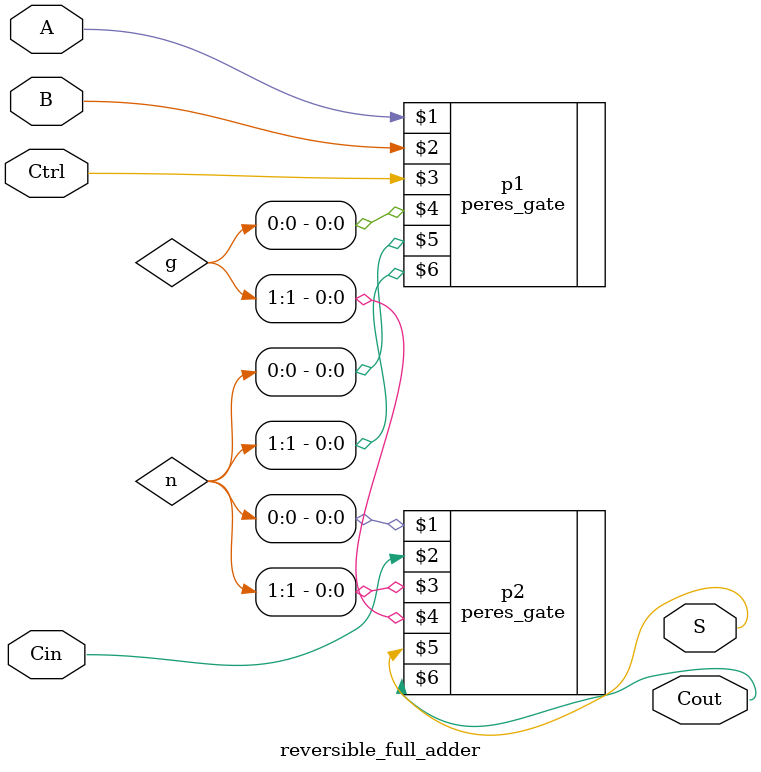
<source format=v>
module reversible_full_adder (
    input  wire A,     // Input A
    input  wire B,     // Input B
    input  wire Cin,   // Carry-in
	 input  wire Ctrl,
    output reg S,     // Sum
    output reg Cout   // Carry-out
);

wire [1:0]g;
wire [1:0]n;

peres_gate p1(A, B, Ctrl, g[0], n[0], n[1]);
peres_gate p2(n[0], Cin,  n[1], g[1], S, Cout);

wire _unused = &{g[1:0]};


endmodule

</source>
